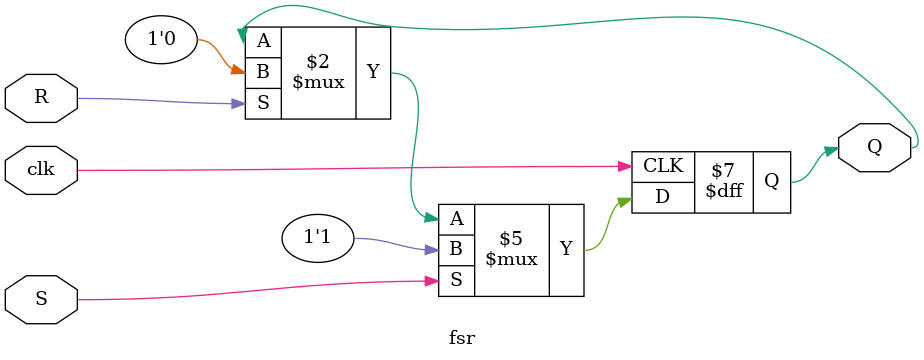
<source format=v>
module fsr(
	input R,
	input clk,
	input S,
	output reg Q = 1'b0
);

always @(posedge clk) begin
	if (S)
		Q <= 1'b1;
	else
		Q <= R ? 1'b0 : Q;
end

endmodule

</source>
